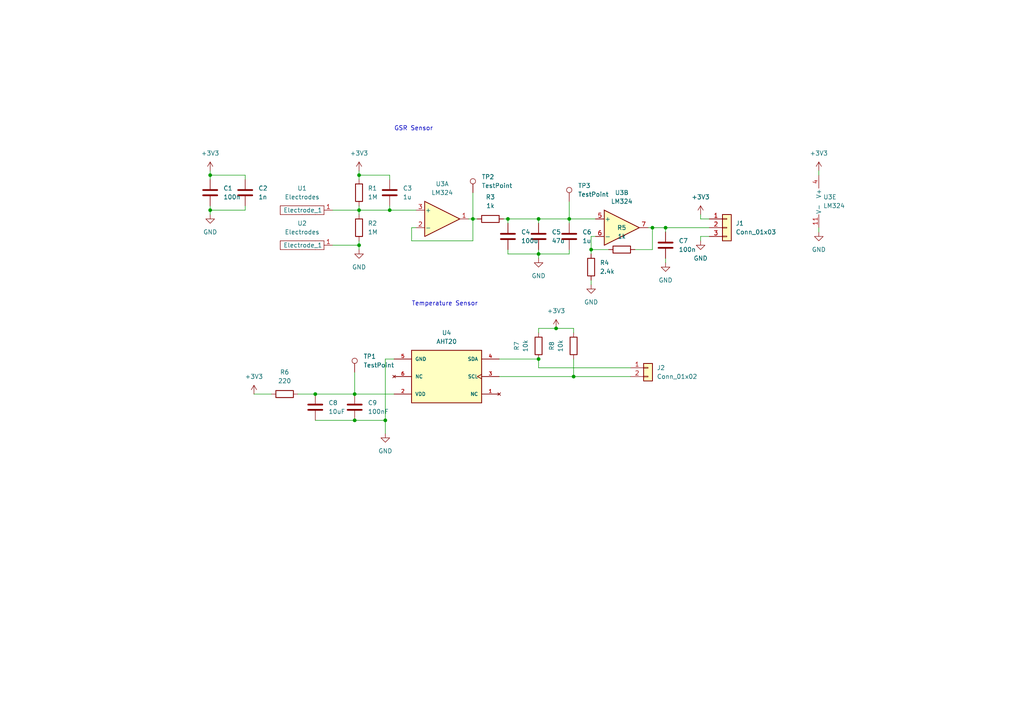
<source format=kicad_sch>
(kicad_sch (version 20211123) (generator eeschema)
  (paper "A4")
  (lib_symbols
    (symbol "Amplifier_Operational:LM324" (pin_names (offset 0.127))
      (property "Reference" "U" (at 0 5.08 0))
      (property "Value" "LM324" (at 0 -5.08 0))
      (symbol "LM324_1_1"
        (polyline (pts (xy -5.08 5.08) (xy 5.08 0) (xy -5.08 -5.08) (xy -5.08 5.08)) (stroke (width 0.254)) (fill (type background)))
        (pin output line (at 7.62 0 180) (length 2.54) (name "~") (number "1"))
        (pin input line (at -7.62 -2.54 0) (length 2.54) (name "-") (number "2"))
        (pin input line (at -7.62 2.54 0) (length 2.54) (name "+") (number "3"))
      )
      (symbol "LM324_2_1"
        (polyline (pts (xy -5.08 5.08) (xy 5.08 0) (xy -5.08 -5.08) (xy -5.08 5.08)) (stroke (width 0.254)) (fill (type background)))
        (pin input line (at -7.62 2.54 0) (length 2.54) (name "+") (number "5"))
        (pin input line (at -7.62 -2.54 0) (length 2.54) (name "-") (number "6"))
        (pin output line (at 7.62 0 180) (length 2.54) (name "~") (number "7"))
      )
      (symbol "LM324_3_1"
        (polyline (pts (xy -5.08 5.08) (xy 5.08 0) (xy -5.08 -5.08) (xy -5.08 5.08)) (stroke (width 0.254)) (fill (type background)))
        (pin input line (at -7.62 2.54 0) (length 2.54) (name "+") (number "10"))
        (pin output line (at 7.62 0 180) (length 2.54) (name "~") (number "8"))
        (pin input line (at -7.62 -2.54 0) (length 2.54) (name "-") (number "9"))
      )
      (symbol "LM324_4_1"
        (polyline (pts (xy -5.08 5.08) (xy 5.08 0) (xy -5.08 -5.08) (xy -5.08 5.08)) (stroke (width 0.254)) (fill (type background)))
        (pin input line (at -7.62 2.54 0) (length 2.54) (name "+") (number "12"))
        (pin input line (at -7.62 -2.54 0) (length 2.54) (name "-") (number "13"))
        (pin output line (at 7.62 0 180) (length 2.54) (name "~") (number "14"))
      )
      (symbol "LM324_5_1"
        (pin power_in line (at -2.54 -7.62 90) (length 3.81) (name "V-") (number "11"))
        (pin power_in line (at -2.54 7.62 270) (length 3.81) (name "V+") (number "4"))
      )
    )
    (symbol "Connector:TestPoint" (pin_numbers hide) (pin_names (offset 0.762) hide)
      (property "Reference" "TP" (at 0 6.858 0))
      (property "Value" "TestPoint" (at 0 5.08 0))
      (symbol "TestPoint_0_1"
        (circle (center 0 3.302) (radius 0.762))
      )
      (symbol "TestPoint_1_1"
        (pin passive line (at 0 0 90) (length 2.54) (name "1") (number "1"))
      )
    )
    (symbol "Connector_Generic:Conn_01x02" (pin_names (offset 1.016) hide)
      (property "Reference" "J" (at 0 2.54 0))
      (property "Value" "Conn_01x02" (at 0 -5.08 0))
      (symbol "Conn_01x02_1_1"
        (rectangle (start -1.27 -2.413) (end 0 -2.667) (stroke (width 0.1524)))
        (rectangle (start -1.27 0.127) (end 0 -0.127) (stroke (width 0.1524)))
        (rectangle (start -1.27 1.27) (end 1.27 -3.81) (stroke (width 0.254)) (fill (type background)))
        (pin passive line (at -5.08 0 0) (length 3.81) (name "Pin_1") (number "1"))
        (pin passive line (at -5.08 -2.54 0) (length 3.81) (name "Pin_2") (number "2"))
      )
    )
    (symbol "Connector_Generic:Conn_01x03" (pin_names (offset 1.016) hide)
      (property "Reference" "J" (at 0 5.08 0))
      (property "Value" "Conn_01x03" (at 0 -5.08 0))
      (symbol "Conn_01x03_1_1"
        (rectangle (start -1.27 -2.413) (end 0 -2.667) (stroke (width 0.1524)))
        (rectangle (start -1.27 0.127) (end 0 -0.127) (stroke (width 0.1524)))
        (rectangle (start -1.27 2.667) (end 0 2.413) (stroke (width 0.1524)))
        (rectangle (start -1.27 3.81) (end 1.27 -3.81) (stroke (width 0.254)) (fill (type background)))
        (pin passive line (at -5.08 2.54 0) (length 3.81) (name "Pin_1") (number "1"))
        (pin passive line (at -5.08 0 0) (length 3.81) (name "Pin_2") (number "2"))
        (pin passive line (at -5.08 -2.54 0) (length 3.81) (name "Pin_3") (number "3"))
      )
    )
    (symbol "Device:C" (pin_numbers hide) (pin_names (offset 0.254))
      (property "Reference" "C" (at 0.635 2.54 0))
      (property "Value" "C" (at 0.635 -2.54 0))
      (symbol "C_0_1"
        (polyline (pts (xy -2.032 -0.762) (xy 2.032 -0.762)) (stroke (width 0.508)))
        (polyline (pts (xy -2.032 0.762) (xy 2.032 0.762)) (stroke (width 0.508)))
      )
      (symbol "C_1_1"
        (pin passive line (at 0 3.81 270) (length 2.794) (name "~") (number "1"))
        (pin passive line (at 0 -3.81 90) (length 2.794) (name "~") (number "2"))
      )
    )
    (symbol "Device:R" (pin_numbers hide) (pin_names (offset 0))
      (property "Reference" "R" (at 2.032 0 90))
      (property "Value" "R" (at 0 0 90))
      (symbol "R_0_1"
        (rectangle (start -1.016 -2.54) (end 1.016 2.54) (stroke (width 0.254)))
      )
      (symbol "R_1_1"
        (pin passive line (at 0 3.81 270) (length 1.27) (name "~") (number "1"))
        (pin passive line (at 0 -3.81 90) (length 1.27) (name "~") (number "2"))
      )
    )
    (symbol "Electrodes:Electrodes"
      (property "Reference" "U" (at -8.89 2.54 0))
      (property "Value" "Electrodes" (at 0 2.54 0))
      (symbol "Electrodes_0_1"
        (rectangle (start -11.43 -1.27) (end -11.43 1.27))
        (rectangle (start -11.43 1.27) (end -5.08 1.27))
        (rectangle (start -5.08 -1.27) (end -11.43 -1.27))
        (rectangle (start -5.08 -1.27) (end -1.27 -1.27))
        (rectangle (start -5.08 1.27) (end -1.27 1.27))
        (rectangle (start -1.27 -1.27) (end 1.27 -1.27))
        (rectangle (start -1.27 1.27) (end 1.27 1.27))
        (rectangle (start 1.27 1.27) (end 1.27 -1.27))
      )
      (symbol "Electrodes_1_1"
        (pin output line (at 3.81 0 180) (length 2.54) (name "Electrode_1") (number "1"))
      )
    )
    (symbol "Temp_Sensors:AHT20" (pin_names (offset 1.016))
      (property "Reference" "U" (at -10.16 8.509 0))
      (property "Value" "AHT20" (at -10.16 -10.16 0))
      (symbol "AHT20_0_0"
        (rectangle (start -10.16 -7.62) (end 10.16 7.62) (stroke (width 0.254)) (fill (type background)))
        (pin no_connect line (at -15.24 5.08 0) (length 5.08) (name "NC") (number "1"))
        (pin power_in line (at 15.24 5.08 180) (length 5.08) (name "VDD") (number "2"))
        (pin input clock (at -15.24 0 0) (length 5.08) (name "SCL") (number "3"))
        (pin bidirectional line (at -15.24 -5.08 0) (length 5.08) (name "SDA") (number "4"))
        (pin power_in line (at 15.24 -5.08 180) (length 5.08) (name "GND") (number "5"))
        (pin no_connect line (at 15.24 0 180) (length 5.08) (name "NC") (number "6"))
      )
    )
    (symbol "power:+3.3V" (power) (pin_names (offset 0))
      (property "Value" "+3.3V" (at 0 3.556 0))
      (symbol "+3.3V_0_1"
        (polyline (pts (xy -0.762 1.27) (xy 0 2.54)))
        (polyline (pts (xy 0 0) (xy 0 2.54)))
        (polyline (pts (xy 0 2.54) (xy 0.762 1.27)))
      )
      (symbol "+3.3V_1_1"
        (pin power_in line (at 0 0 90) (length 0) hide (name "+3V3") (number "1"))
      )
    )
    (symbol "power:GND" (power) (pin_names (offset 0))
      (property "Value" "GND" (at 0 -3.81 0))
      (symbol "GND_0_1"
        (polyline (pts (xy 0 0) (xy 0 -1.27) (xy 1.27 -1.27) (xy 0 -2.54) (xy -1.27 -1.27) (xy 0 -1.27)))
      )
      (symbol "GND_1_1"
        (pin power_in line (at 0 0 270) (length 0) hide (name "GND") (number "1"))
      )
    )
  )
  (junction (at 111.76 121.92))
  (junction (at 60.96 50.8))
  (junction (at 165.1 63.5))
  (junction (at 161.29 95.25))
  (junction (at 60.96 60.96))
  (junction (at 137.16 63.5))
  (junction (at 91.44 114.3))
  (junction (at 171.45 72.39))
  (junction (at 156.21 63.5))
  (junction (at 102.87 114.3))
  (junction (at 193.04 66.04))
  (junction (at 147.32 63.5))
  (junction (at 156.21 73.66))
  (junction (at 104.14 60.96))
  (junction (at 189.23 66.04))
  (junction (at 104.14 50.8))
  (junction (at 166.37 109.22))
  (junction (at 156.21 104.14))
  (junction (at 102.87 121.92))
  (junction (at 104.14 71.12))
  (junction (at 113.03 60.96))
  (wire (pts (xy 96.52 60.96) (xy 104.14 60.96)))
  (wire (pts (xy 137.16 55.88) (xy 137.16 63.5)))
  (wire (pts (xy 102.87 121.92) (xy 111.76 121.92)))
  (wire (pts (xy 137.16 63.5) (xy 138.43 63.5)))
  (wire (pts (xy 102.87 107.95) (xy 102.87 114.3)))
  (wire (pts (xy 171.45 73.66) (xy 171.45 72.39)))
  (wire (pts (xy 71.12 50.8) (xy 60.96 50.8)))
  (wire (pts (xy 60.96 49.53) (xy 60.96 50.8)))
  (wire (pts (xy 237.49 66.04) (xy 237.49 67.31)))
  (wire (pts (xy 119.38 66.04) (xy 119.38 69.85)))
  (wire (pts (xy 189.23 66.04) (xy 187.96 66.04)))
  (wire (pts (xy 146.05 63.5) (xy 147.32 63.5)))
  (wire (pts (xy 104.14 59.69) (xy 104.14 60.96)))
  (wire (pts (xy 147.32 63.5) (xy 147.32 64.77)))
  (wire (pts (xy 156.21 73.66) (xy 165.1 73.66)))
  (wire (pts (xy 73.66 114.3) (xy 78.74 114.3)))
  (wire (pts (xy 182.88 106.68) (xy 156.21 106.68)))
  (wire (pts (xy 104.14 50.8) (xy 104.14 52.07)))
  (wire (pts (xy 91.44 121.92) (xy 102.87 121.92)))
  (wire (pts (xy 203.2 63.5) (xy 205.74 63.5)))
  (wire (pts (xy 113.03 60.96) (xy 120.65 60.96)))
  (wire (pts (xy 104.14 49.53) (xy 104.14 50.8)))
  (wire (pts (xy 156.21 96.52) (xy 156.21 95.25)))
  (wire (pts (xy 91.44 114.3) (xy 102.87 114.3)))
  (wire (pts (xy 60.96 60.96) (xy 60.96 59.69)))
  (wire (pts (xy 237.49 49.53) (xy 237.49 50.8)))
  (wire (pts (xy 166.37 109.22) (xy 166.37 104.14)))
  (wire (pts (xy 171.45 72.39) (xy 171.45 68.58)))
  (wire (pts (xy 193.04 66.04) (xy 205.74 66.04)))
  (wire (pts (xy 203.2 62.23) (xy 203.2 63.5)))
  (wire (pts (xy 166.37 109.22) (xy 182.88 109.22)))
  (wire (pts (xy 205.74 68.58) (xy 203.2 68.58)))
  (wire (pts (xy 165.1 73.66) (xy 165.1 72.39)))
  (wire (pts (xy 156.21 63.5) (xy 156.21 64.77)))
  (wire (pts (xy 71.12 52.07) (xy 71.12 50.8)))
  (wire (pts (xy 60.96 60.96) (xy 60.96 62.23)))
  (wire (pts (xy 71.12 60.96) (xy 60.96 60.96)))
  (wire (pts (xy 171.45 72.39) (xy 176.53 72.39)))
  (wire (pts (xy 193.04 74.93) (xy 193.04 76.2)))
  (wire (pts (xy 111.76 104.14) (xy 111.76 121.92)))
  (wire (pts (xy 184.15 72.39) (xy 189.23 72.39)))
  (wire (pts (xy 111.76 121.92) (xy 111.76 125.73)))
  (wire (pts (xy 165.1 63.5) (xy 165.1 64.77)))
  (wire (pts (xy 147.32 73.66) (xy 156.21 73.66)))
  (wire (pts (xy 193.04 66.04) (xy 189.23 66.04)))
  (wire (pts (xy 119.38 69.85) (xy 137.16 69.85)))
  (wire (pts (xy 113.03 59.69) (xy 113.03 60.96)))
  (wire (pts (xy 171.45 68.58) (xy 172.72 68.58)))
  (wire (pts (xy 113.03 52.07) (xy 113.03 50.8)))
  (wire (pts (xy 102.87 114.3) (xy 114.3 114.3)))
  (wire (pts (xy 137.16 69.85) (xy 137.16 63.5)))
  (wire (pts (xy 147.32 72.39) (xy 147.32 73.66)))
  (wire (pts (xy 120.65 66.04) (xy 119.38 66.04)))
  (wire (pts (xy 166.37 96.52) (xy 166.37 95.25)))
  (wire (pts (xy 71.12 59.69) (xy 71.12 60.96)))
  (wire (pts (xy 144.78 104.14) (xy 156.21 104.14)))
  (wire (pts (xy 165.1 63.5) (xy 172.72 63.5)))
  (wire (pts (xy 156.21 73.66) (xy 156.21 74.93)))
  (wire (pts (xy 193.04 67.31) (xy 193.04 66.04)))
  (wire (pts (xy 104.14 71.12) (xy 104.14 69.85)))
  (wire (pts (xy 156.21 95.25) (xy 161.29 95.25)))
  (wire (pts (xy 171.45 81.28) (xy 171.45 82.55)))
  (wire (pts (xy 166.37 95.25) (xy 161.29 95.25)))
  (wire (pts (xy 104.14 71.12) (xy 104.14 72.39)))
  (wire (pts (xy 114.3 104.14) (xy 111.76 104.14)))
  (wire (pts (xy 86.36 114.3) (xy 91.44 114.3)))
  (wire (pts (xy 113.03 50.8) (xy 104.14 50.8)))
  (wire (pts (xy 189.23 72.39) (xy 189.23 66.04)))
  (wire (pts (xy 156.21 72.39) (xy 156.21 73.66)))
  (wire (pts (xy 147.32 63.5) (xy 156.21 63.5)))
  (wire (pts (xy 156.21 106.68) (xy 156.21 104.14)))
  (wire (pts (xy 60.96 50.8) (xy 60.96 52.07)))
  (wire (pts (xy 144.78 109.22) (xy 166.37 109.22)))
  (wire (pts (xy 165.1 58.42) (xy 165.1 63.5)))
  (wire (pts (xy 203.2 68.58) (xy 203.2 69.85)))
  (wire (pts (xy 104.14 60.96) (xy 104.14 62.23)))
  (wire (pts (xy 96.52 71.12) (xy 104.14 71.12)))
  (wire (pts (xy 113.03 60.96) (xy 104.14 60.96)))
  (wire (pts (xy 137.16 63.5) (xy 135.89 63.5)))
  (wire (pts (xy 156.21 63.5) (xy 165.1 63.5)))
  (text "Temperature Sensor\n" (at 119.38 88.9 0) (effects (font (size 1.27 1.27)) (justify left bottom)))
  (text "GSR Sensor" (at 114.3 38.1 0) (effects (font (size 1.27 1.27)) (justify left bottom)))
  (symbol (lib_id "power:+3.3V") (at 237.49 49.53 0) (unit 1)
    (property "Reference" "#PWR0107" (effects hide))
    (property "Value" "+3.3V" (at 237.49 44.45 0))
  )
  (symbol (lib_id "Temp_Sensors:AHT20") (at 129.54 109.22 180) (unit 1)
    (property "Reference" "U4" (at 129.54 96.52 0))
    (property "Value" "AHT20" (at 129.54 99.06 0))
    (property "Footprint" "PSON100P300X300X110-6N" (effects hide))
    (property "MAXIMUM_PACKAGE_HEIGHT" "1.1mm" (effects hide))
    (property "STANDARD" "IPC 7351B" (effects hide))
    (property "MANUFACTURER" "Asair" (effects hide))
    (property "PARTREV" "V1.0" (effects hide))
  )
  (symbol (lib_id "Device:C") (at 113.03 55.88 0) (unit 1)
    (property "Reference" "C3" (at 116.84 54.6099 0) (effects (justify left)))
    (property "Value" "1u" (at 116.84 57.1499 0) (effects (justify left)))
    (property "Footprint" "Capacitor_SMD:C_1206_3216Metric" (effects hide))
  )
  (symbol (lib_id "Device:C") (at 165.1 68.58 0) (unit 1)
    (property "Reference" "C6" (at 168.91 67.3099 0) (effects (justify left)))
    (property "Value" "1u" (at 168.91 69.8499 0) (effects (justify left)))
    (property "Footprint" "Capacitor_SMD:C_1206_3216Metric" (effects hide))
  )
  (symbol (lib_id "Electrodes:Electrodes") (at 92.71 60.96 0) (unit 1)
    (property "Reference" "U1" (at 87.63 54.61 0))
    (property "Value" "Electrodes" (at 87.63 57.15 0))
    (property "Footprint" "Electrode:Electrode" (effects hide))
  )
  (symbol (lib_id "Amplifier_Operational:LM324") (at 128.27 63.5 0) (unit 1)
    (property "Reference" "U3" (at 128.27 53.34 0))
    (property "Value" "LM324" (at 128.27 55.88 0))
    (property "Footprint" "Package_SO:SOIC-14_3.9x8.7mm_P1.27mm" (effects hide))
    (property "Datasheet" "http://www.ti.com/lit/ds/symlink/lm2902-n.pdf" (effects hide))
  )
  (symbol (lib_id "power:GND") (at 193.04 76.2 0) (unit 1)
    (property "Reference" "#PWR0104" (effects hide))
    (property "Value" "GND" (at 193.04 81.28 0))
  )
  (symbol (lib_id "Device:R") (at 156.21 100.33 0) (mirror x) (unit 1)
    (property "Reference" "R7" (at 149.86 100.33 90))
    (property "Value" "10k" (at 152.4 100.33 90))
    (property "Footprint" "Resistor_SMD:R_1206_3216Metric_Pad1.30x1.75mm_HandSolder" (effects hide))
  )
  (symbol (lib_id "Device:C") (at 193.04 71.12 0) (unit 1)
    (property "Reference" "C7" (at 196.85 69.8499 0) (effects (justify left)))
    (property "Value" "100n" (at 196.85 72.3899 0) (effects (justify left)))
    (property "Footprint" "Capacitor_SMD:C_1206_3216Metric" (effects hide))
  )
  (symbol (lib_id "Device:R") (at 82.55 114.3 90) (mirror x) (unit 1)
    (property "Reference" "R6" (at 82.55 107.95 90))
    (property "Value" "220" (at 82.55 110.49 90))
    (property "Footprint" "Resistor_SMD:R_1206_3216Metric_Pad1.30x1.75mm_HandSolder" (effects hide))
  )
  (symbol (lib_id "power:GND") (at 60.96 62.23 0) (unit 1)
    (property "Reference" "#PWR0112" (effects hide))
    (property "Value" "GND" (at 60.96 67.31 0))
  )
  (symbol (lib_id "power:GND") (at 156.21 74.93 0) (unit 1)
    (property "Reference" "#PWR0101" (effects hide))
    (property "Value" "GND" (at 156.21 80.01 0))
  )
  (symbol (lib_id "Device:C") (at 60.96 55.88 0) (unit 1)
    (property "Reference" "C1" (at 64.77 54.6099 0) (effects (justify left)))
    (property "Value" "100n" (at 64.77 57.1499 0) (effects (justify left)))
    (property "Footprint" "Capacitor_SMD:C_1206_3216Metric" (effects hide))
  )
  (symbol (lib_id "Electrodes:Electrodes") (at 92.71 71.12 0) (unit 1)
    (property "Reference" "U2" (at 87.63 64.77 0))
    (property "Value" "Electrodes" (at 87.63 67.31 0))
    (property "Footprint" "Electrode:Electrode" (effects hide))
  )
  (symbol (lib_id "Device:C") (at 71.12 55.88 0) (unit 1)
    (property "Reference" "C2" (at 74.93 54.6099 0) (effects (justify left)))
    (property "Value" "1n" (at 74.93 57.1499 0) (effects (justify left)))
    (property "Footprint" "Capacitor_SMD:C_1206_3216Metric" (effects hide))
  )
  (symbol (lib_id "Device:R") (at 166.37 100.33 0) (mirror x) (unit 1)
    (property "Reference" "R8" (at 160.02 100.33 90))
    (property "Value" "10k" (at 162.56 100.33 90))
    (property "Footprint" "Resistor_SMD:R_1206_3216Metric_Pad1.30x1.75mm_HandSolder" (effects hide))
  )
  (symbol (lib_id "Connector_Generic:Conn_01x03") (at 210.82 66.04 0) (unit 1)
    (property "Reference" "J1" (at 213.36 64.7699 0) (effects (justify left)))
    (property "Value" "Conn_01x03" (at 213.36 67.3099 0) (effects (justify left)))
    (property "Footprint" "Connector_PinHeader_2.54mm:PinHeader_1x03_P2.54mm_Vertical" (effects hide))
  )
  (symbol (lib_id "Device:C") (at 91.44 118.11 0) (unit 1)
    (property "Reference" "C8" (at 95.25 116.8399 0) (effects (justify left)))
    (property "Value" "10uF" (at 95.25 119.3799 0) (effects (justify left)))
    (property "Footprint" "Capacitor_SMD:C_1206_3216Metric" (effects hide))
  )
  (symbol (lib_id "power:+3.3V") (at 203.2 62.23 0) (unit 1)
    (property "Reference" "#PWR0102" (effects hide))
    (property "Value" "+3.3V" (at 203.2 57.15 0))
  )
  (symbol (lib_id "power:+3.3V") (at 73.66 114.3 0) (unit 1)
    (property "Reference" "#PWR0111" (effects hide))
    (property "Value" "+3.3V" (at 73.66 109.22 0))
  )
  (symbol (lib_id "power:+3.3V") (at 161.29 95.25 0) (unit 1)
    (property "Reference" "#PWR0105" (effects hide))
    (property "Value" "+3.3V" (at 161.29 90.17 0))
  )
  (symbol (lib_id "Connector:TestPoint") (at 102.87 107.95 0) (unit 1)
    (property "Reference" "TP1" (at 105.41 103.3779 0) (effects (justify left)))
    (property "Value" "TestPoint" (at 105.41 105.9179 0) (effects (justify left)))
    (property "Footprint" "TestPoint:TestPoint_Pad_D1.0mm" (effects hide))
  )
  (symbol (lib_id "power:GND") (at 237.49 67.31 0) (unit 1)
    (property "Reference" "#PWR0108" (effects hide))
    (property "Value" "GND" (at 237.49 72.39 0))
  )
  (symbol (lib_id "Connector:TestPoint") (at 165.1 58.42 0) (unit 1)
    (property "Reference" "TP3" (at 167.64 53.8479 0) (effects (justify left)))
    (property "Value" "TestPoint" (at 167.64 56.3879 0) (effects (justify left)))
    (property "Footprint" "TestPoint:TestPoint_Pad_D1.0mm" (effects hide))
  )
  (symbol (lib_id "Device:R") (at 171.45 77.47 0) (unit 1)
    (property "Reference" "R4" (at 173.99 76.1999 0) (effects (justify left)))
    (property "Value" "2.4k" (at 173.99 78.7399 0) (effects (justify left)))
    (property "Footprint" "Resistor_SMD:R_1206_3216Metric_Pad1.30x1.75mm_HandSolder" (effects hide))
  )
  (symbol (lib_id "power:GND") (at 111.76 125.73 0) (unit 1)
    (property "Reference" "#PWR0110" (effects hide))
    (property "Value" "GND" (at 111.76 130.81 0))
  )
  (symbol (lib_id "power:GND") (at 104.14 72.39 0) (unit 1)
    (property "Reference" "#PWR0109" (effects hide))
    (property "Value" "GND" (at 104.14 77.47 0))
  )
  (symbol (lib_id "power:+3.3V") (at 104.14 49.53 0) (unit 1)
    (property "Reference" "#PWR0113" (effects hide))
    (property "Value" "+3.3V" (at 104.14 44.45 0))
  )
  (symbol (lib_id "power:+3.3V") (at 60.96 49.53 0) (unit 1)
    (property "Reference" "#PWR0114" (effects hide))
    (property "Value" "+3.3V" (at 60.96 44.45 0))
  )
  (symbol (lib_id "Device:R") (at 104.14 66.04 0) (unit 1)
    (property "Reference" "R2" (at 106.68 64.7699 0) (effects (justify left)))
    (property "Value" "1M" (at 106.68 67.3099 0) (effects (justify left)))
    (property "Footprint" "Resistor_SMD:R_1206_3216Metric_Pad1.30x1.75mm_HandSolder" (effects hide))
  )
  (symbol (lib_id "Amplifier_Operational:LM324") (at 240.03 58.42 0) (unit 5)
    (property "Reference" "U3" (at 238.76 57.1499 0) (effects (justify left)))
    (property "Value" "LM324" (at 238.76 59.6899 0) (effects (justify left)))
    (property "Footprint" "Package_SO:SOIC-14_3.9x8.7mm_P1.27mm" (effects hide))
    (property "Datasheet" "http://www.ti.com/lit/ds/symlink/lm2902-n.pdf" (effects hide))
  )
  (symbol (lib_id "Connector:TestPoint") (at 137.16 55.88 0) (unit 1)
    (property "Reference" "TP2" (at 139.7 51.3079 0) (effects (justify left)))
    (property "Value" "TestPoint" (at 139.7 53.8479 0) (effects (justify left)))
    (property "Footprint" "TestPoint:TestPoint_Pad_D1.0mm" (effects hide))
  )
  (symbol (lib_id "power:GND") (at 171.45 82.55 0) (unit 1)
    (property "Reference" "#PWR0106" (effects hide))
    (property "Value" "GND" (at 171.45 87.63 0))
  )
  (symbol (lib_id "Device:R") (at 142.24 63.5 90) (mirror x) (unit 1)
    (property "Reference" "R3" (at 142.24 57.15 90))
    (property "Value" "1k" (at 142.24 59.69 90))
    (property "Footprint" "Resistor_SMD:R_1206_3216Metric_Pad1.30x1.75mm_HandSolder" (effects hide))
  )
  (symbol (lib_id "Device:R") (at 180.34 72.39 270) (unit 1)
    (property "Reference" "R5" (at 180.34 66.04 90))
    (property "Value" "1k" (at 180.34 68.58 90))
    (property "Footprint" "Resistor_SMD:R_1206_3216Metric_Pad1.30x1.75mm_HandSolder" (effects hide))
  )
  (symbol (lib_id "Connector_Generic:Conn_01x02") (at 187.96 106.68 0) (unit 1)
    (property "Reference" "J2" (at 190.5 106.6799 0) (effects (justify left)))
    (property "Value" "Conn_01x02" (at 190.5 109.2199 0) (effects (justify left)))
    (property "Footprint" "Connector_PinHeader_2.54mm:PinHeader_1x02_P2.54mm_Vertical" (effects hide))
  )
  (symbol (lib_id "Amplifier_Operational:LM324") (at 180.34 66.04 0) (unit 2)
    (property "Reference" "U3" (at 180.34 55.88 0))
    (property "Value" "LM324" (at 180.34 58.42 0))
    (property "Footprint" "Package_SO:SOIC-14_3.9x8.7mm_P1.27mm" (effects hide))
    (property "Datasheet" "http://www.ti.com/lit/ds/symlink/lm2902-n.pdf" (effects hide))
  )
  (symbol (lib_id "Device:C") (at 147.32 68.58 0) (unit 1)
    (property "Reference" "C4" (at 151.13 67.3099 0) (effects (justify left)))
    (property "Value" "100u" (at 151.13 69.8499 0) (effects (justify left)))
    (property "Footprint" "Capacitor_SMD:C_1206_3216Metric" (effects hide))
  )
  (symbol (lib_id "Device:C") (at 102.87 118.11 0) (unit 1)
    (property "Reference" "C9" (at 106.68 116.8399 0) (effects (justify left)))
    (property "Value" "100nF" (at 106.68 119.3799 0) (effects (justify left)))
    (property "Footprint" "Capacitor_SMD:C_1206_3216Metric" (effects hide))
  )
  (symbol (lib_id "Device:R") (at 104.14 55.88 0) (unit 1)
    (property "Reference" "R1" (at 106.68 54.6099 0) (effects (justify left)))
    (property "Value" "1M" (at 106.68 57.1499 0) (effects (justify left)))
    (property "Footprint" "Resistor_SMD:R_1206_3216Metric_Pad1.30x1.75mm_HandSolder" (effects hide))
  )
  (symbol (lib_id "power:GND") (at 203.2 69.85 0) (unit 1)
    (property "Reference" "#PWR0103" (effects hide))
    (property "Value" "GND" (at 203.2 74.93 0))
  )
  (symbol (lib_id "Device:C") (at 156.21 68.58 0) (unit 1)
    (property "Reference" "C5" (at 160.02 67.3099 0) (effects (justify left)))
    (property "Value" "47u" (at 160.02 69.8499 0) (effects (justify left)))
    (property "Footprint" "Capacitor_SMD:C_1206_3216Metric" (effects hide))
  )
)
</source>
